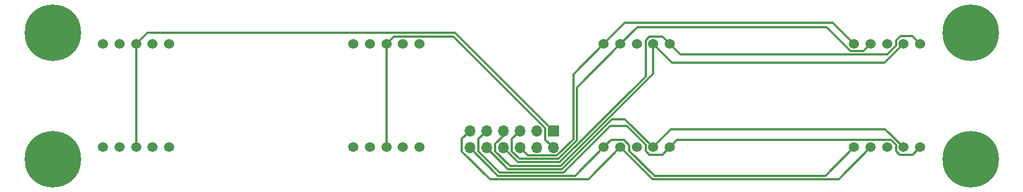
<source format=gbr>
%TF.GenerationSoftware,KiCad,Pcbnew,(5.1.8)-1*%
%TF.CreationDate,2021-01-20T16:16:19-05:00*%
%TF.ProjectId,Switch_SSD_Row,53776974-6368-45f5-9353-445f526f772e,rev?*%
%TF.SameCoordinates,Original*%
%TF.FileFunction,Copper,L2,Bot*%
%TF.FilePolarity,Positive*%
%FSLAX46Y46*%
G04 Gerber Fmt 4.6, Leading zero omitted, Abs format (unit mm)*
G04 Created by KiCad (PCBNEW (5.1.8)-1) date 2021-01-20 16:16:19*
%MOMM*%
%LPD*%
G01*
G04 APERTURE LIST*
%TA.AperFunction,WasherPad*%
%ADD10C,8.600000*%
%TD*%
%TA.AperFunction,WasherPad*%
%ADD11C,0.900000*%
%TD*%
%TA.AperFunction,ComponentPad*%
%ADD12C,1.524000*%
%TD*%
%TA.AperFunction,ComponentPad*%
%ADD13R,1.700000X1.700000*%
%TD*%
%TA.AperFunction,ComponentPad*%
%ADD14O,1.700000X1.700000*%
%TD*%
%TA.AperFunction,Conductor*%
%ADD15C,0.300000*%
%TD*%
G04 APERTURE END LIST*
D10*
%TO.P,REF\u002A\u002A,*%
%TO.N,*%
X162560000Y-46228000D03*
D11*
X165785000Y-46228000D03*
X164840419Y-48508419D03*
X162560000Y-49453000D03*
X160279581Y-48508419D03*
X159335000Y-46228000D03*
X160279581Y-43947581D03*
X162560000Y-43003000D03*
X164840419Y-43947581D03*
%TD*%
D10*
%TO.P,REF\u002A\u002A,*%
%TO.N,*%
X162560000Y-26924000D03*
D11*
X165785000Y-26924000D03*
X164840419Y-29204419D03*
X162560000Y-30149000D03*
X160279581Y-29204419D03*
X159335000Y-26924000D03*
X160279581Y-24643581D03*
X162560000Y-23699000D03*
X164840419Y-24643581D03*
%TD*%
D10*
%TO.P,REF\u002A\u002A,*%
%TO.N,*%
X22860000Y-46228000D03*
D11*
X26085000Y-46228000D03*
X25140419Y-48508419D03*
X22860000Y-49453000D03*
X20579581Y-48508419D03*
X19635000Y-46228000D03*
X20579581Y-43947581D03*
X22860000Y-43003000D03*
X25140419Y-43947581D03*
%TD*%
D10*
%TO.P,REF\u002A\u002A,*%
%TO.N,*%
X22860000Y-26924000D03*
D11*
X26085000Y-26924000D03*
X25140419Y-29204419D03*
X22860000Y-30149000D03*
X20579581Y-29204419D03*
X19635000Y-26924000D03*
X20579581Y-24643581D03*
X22860000Y-23699000D03*
X25140419Y-24643581D03*
%TD*%
D12*
%TO.P,D1,10*%
%TO.N,/SEG_G*%
X30550000Y-28620000D03*
%TO.P,D1,9*%
%TO.N,/SEG_F*%
X33090000Y-28620000D03*
%TO.P,D1,8*%
%TO.N,/DIG_0*%
X35560000Y-28620000D03*
%TO.P,D1,7*%
%TO.N,/SEG_A*%
X38030000Y-28620000D03*
%TO.P,D1,6*%
%TO.N,/SEG_B*%
X40570000Y-28620000D03*
%TO.P,D1,5*%
%TO.N,/SEG_DP*%
X40570000Y-44400000D03*
%TO.P,D1,4*%
%TO.N,/SEG_C*%
X38030000Y-44400000D03*
%TO.P,D1,3*%
%TO.N,/DIG_0*%
X35560000Y-44400000D03*
%TO.P,D1,2*%
%TO.N,/SEG_D*%
X33090000Y-44400000D03*
%TO.P,D1,1*%
%TO.N,/SEG_E*%
X30550000Y-44400000D03*
%TD*%
%TO.P,D2,1*%
%TO.N,/SEG_E*%
X68650000Y-44400000D03*
%TO.P,D2,2*%
%TO.N,/SEG_D*%
X71190000Y-44400000D03*
%TO.P,D2,3*%
%TO.N,/DIG_1*%
X73660000Y-44400000D03*
%TO.P,D2,4*%
%TO.N,/SEG_C*%
X76130000Y-44400000D03*
%TO.P,D2,5*%
%TO.N,/SEG_DP*%
X78670000Y-44400000D03*
%TO.P,D2,6*%
%TO.N,/SEG_B*%
X78670000Y-28620000D03*
%TO.P,D2,7*%
%TO.N,/SEG_A*%
X76130000Y-28620000D03*
%TO.P,D2,8*%
%TO.N,/DIG_1*%
X73660000Y-28620000D03*
%TO.P,D2,9*%
%TO.N,/SEG_F*%
X71190000Y-28620000D03*
%TO.P,D2,10*%
%TO.N,/SEG_G*%
X68650000Y-28620000D03*
%TD*%
%TO.P,D3,1*%
%TO.N,/SEG_E*%
X106750000Y-44400000D03*
%TO.P,D3,2*%
%TO.N,/SEG_D*%
X109290000Y-44400000D03*
%TO.P,D3,3*%
%TO.N,/DIG_2*%
X111760000Y-44400000D03*
%TO.P,D3,4*%
%TO.N,/SEG_C*%
X114230000Y-44400000D03*
%TO.P,D3,5*%
%TO.N,/SEG_DP*%
X116770000Y-44400000D03*
%TO.P,D3,6*%
%TO.N,/SEG_B*%
X116770000Y-28620000D03*
%TO.P,D3,7*%
%TO.N,/SEG_A*%
X114230000Y-28620000D03*
%TO.P,D3,8*%
%TO.N,/DIG_2*%
X111760000Y-28620000D03*
%TO.P,D3,9*%
%TO.N,/SEG_F*%
X109290000Y-28620000D03*
%TO.P,D3,10*%
%TO.N,/SEG_G*%
X106750000Y-28620000D03*
%TD*%
%TO.P,D4,10*%
%TO.N,/SEG_G*%
X144850000Y-28620000D03*
%TO.P,D4,9*%
%TO.N,/SEG_F*%
X147390000Y-28620000D03*
%TO.P,D4,8*%
%TO.N,/DIG_3*%
X149860000Y-28620000D03*
%TO.P,D4,7*%
%TO.N,/SEG_A*%
X152330000Y-28620000D03*
%TO.P,D4,6*%
%TO.N,/SEG_B*%
X154870000Y-28620000D03*
%TO.P,D4,5*%
%TO.N,/SEG_DP*%
X154870000Y-44400000D03*
%TO.P,D4,4*%
%TO.N,/SEG_C*%
X152330000Y-44400000D03*
%TO.P,D4,3*%
%TO.N,/DIG_3*%
X149860000Y-44400000D03*
%TO.P,D4,2*%
%TO.N,/SEG_D*%
X147390000Y-44400000D03*
%TO.P,D4,1*%
%TO.N,/SEG_E*%
X144850000Y-44400000D03*
%TD*%
D13*
%TO.P,J1,1*%
%TO.N,/DIG_0*%
X99060000Y-41910000D03*
D14*
%TO.P,J1,2*%
%TO.N,/DIG_1*%
X99060000Y-44450000D03*
%TO.P,J1,3*%
%TO.N,/DIG_2*%
X96520000Y-41910000D03*
%TO.P,J1,4*%
%TO.N,/DIG_3*%
X96520000Y-44450000D03*
%TO.P,J1,5*%
%TO.N,/SEG_F*%
X93980000Y-41910000D03*
%TO.P,J1,6*%
%TO.N,/SEG_G*%
X93980000Y-44450000D03*
%TO.P,J1,7*%
%TO.N,/SEG_A*%
X91440000Y-41910000D03*
%TO.P,J1,8*%
%TO.N,/SEG_B*%
X91440000Y-44450000D03*
%TO.P,J1,9*%
%TO.N,/SEG_DP*%
X88900000Y-41910000D03*
%TO.P,J1,10*%
%TO.N,/SEG_C*%
X88900000Y-44450000D03*
%TO.P,J1,11*%
%TO.N,/SEG_D*%
X86360000Y-41910000D03*
%TO.P,J1,12*%
%TO.N,/SEG_E*%
X86360000Y-44450000D03*
%TD*%
D15*
%TO.N,/SEG_G*%
X99636001Y-45650001D02*
X102108000Y-43178002D01*
X95180001Y-45650001D02*
X99636001Y-45650001D01*
X93980000Y-44450000D02*
X95180001Y-45650001D01*
X102108000Y-33262000D02*
X106750000Y-28620000D01*
X102108000Y-43178002D02*
X102108000Y-33262000D01*
X106750000Y-28620000D02*
X109970000Y-25400000D01*
X141630000Y-25400000D02*
X144850000Y-28620000D01*
X109970000Y-25400000D02*
X141630000Y-25400000D01*
%TO.N,/SEG_F*%
X99843111Y-46150011D02*
X102616000Y-43377122D01*
X93904009Y-46150011D02*
X99843111Y-46150011D01*
X92779999Y-45026001D02*
X93904009Y-46150011D01*
X92779999Y-43110001D02*
X92779999Y-45026001D01*
X93980000Y-41910000D02*
X92779999Y-43110001D01*
X102616000Y-35294000D02*
X109290000Y-28620000D01*
X102616000Y-43377122D02*
X102616000Y-35294000D01*
X109290000Y-28620000D02*
X111851440Y-26058560D01*
X146277999Y-29732001D02*
X147390000Y-28620000D01*
X144316239Y-29732001D02*
X146277999Y-29732001D01*
X140642798Y-26058560D02*
X144316239Y-29732001D01*
X111851440Y-26058560D02*
X140642798Y-26058560D01*
%TO.N,/DIG_0*%
X35560000Y-28620000D02*
X35560000Y-44400000D01*
X35560000Y-28620000D02*
X37256000Y-26924000D01*
X84074000Y-26924000D02*
X99060000Y-41910000D01*
X37256000Y-26924000D02*
X84074000Y-26924000D01*
%TO.N,/SEG_A*%
X90239999Y-45026001D02*
X92457998Y-47244000D01*
X90239999Y-43872001D02*
X90239999Y-45026001D01*
X91440000Y-42672000D02*
X90239999Y-43872001D01*
X91440000Y-41910000D02*
X91440000Y-42672000D01*
X114230000Y-33177362D02*
X114230000Y-28620000D01*
X100163362Y-47244000D02*
X114230000Y-33177362D01*
X92457998Y-47244000D02*
X100163362Y-47244000D01*
X114230000Y-28620000D02*
X117106000Y-31496000D01*
X149454000Y-31496000D02*
X152330000Y-28620000D01*
X117106000Y-31496000D02*
X149454000Y-31496000D01*
%TO.N,/SEG_B*%
X115657999Y-27507999D02*
X116770000Y-28620000D01*
X113117999Y-28086239D02*
X113696239Y-27507999D01*
X113117999Y-33582243D02*
X113117999Y-28086239D01*
X100050221Y-46650021D02*
X113117999Y-33582243D01*
X113696239Y-27507999D02*
X115657999Y-27507999D01*
X93640021Y-46650021D02*
X100050221Y-46650021D01*
X91440000Y-44450000D02*
X93640021Y-46650021D01*
X153682000Y-27432000D02*
X154870000Y-28620000D01*
X151892000Y-27432000D02*
X153682000Y-27432000D01*
X151217999Y-28106001D02*
X151892000Y-27432000D01*
X151217999Y-28907763D02*
X151217999Y-28106001D01*
X149893751Y-30232011D02*
X151217999Y-28907763D01*
X118382011Y-30232011D02*
X149893751Y-30232011D01*
X116770000Y-28620000D02*
X118382011Y-30232011D01*
%TO.N,/SEG_DP*%
X90918018Y-48244020D02*
X100599980Y-48244020D01*
X87699999Y-45026001D02*
X90918018Y-48244020D01*
X87699999Y-43110001D02*
X87699999Y-45026001D01*
X88900000Y-41910000D02*
X87699999Y-43110001D01*
X115657999Y-45512001D02*
X116770000Y-44400000D01*
X113117999Y-44933761D02*
X113696239Y-45512001D01*
X113117999Y-44029999D02*
X113117999Y-44933761D01*
X113696239Y-45512001D02*
X115657999Y-45512001D01*
X110236000Y-41148000D02*
X113117999Y-44029999D01*
X107696000Y-41148000D02*
X110236000Y-41148000D01*
X100599980Y-48244020D02*
X107696000Y-41148000D01*
X153757999Y-45512001D02*
X154870000Y-44400000D01*
X151796239Y-45512001D02*
X153757999Y-45512001D01*
X151217999Y-44933761D02*
X151796239Y-45512001D01*
X151217999Y-44029999D02*
X151217999Y-44933761D01*
X150475999Y-43287999D02*
X151217999Y-44029999D01*
X117882001Y-43287999D02*
X150475999Y-43287999D01*
X116770000Y-44400000D02*
X117882001Y-43287999D01*
%TO.N,/SEG_C*%
X109962000Y-40132000D02*
X114230000Y-44400000D01*
X107982482Y-40132000D02*
X109962000Y-40132000D01*
X100370472Y-47744010D02*
X107982482Y-40132000D01*
X92194010Y-47744010D02*
X100370472Y-47744010D01*
X88900000Y-44450000D02*
X92194010Y-47744010D01*
X114230000Y-44400000D02*
X116974000Y-41656000D01*
X149586000Y-41656000D02*
X152330000Y-44400000D01*
X116974000Y-41656000D02*
X149586000Y-41656000D01*
%TO.N,/SEG_D*%
X85159999Y-45026001D02*
X89409998Y-49276000D01*
X85159999Y-43110001D02*
X85159999Y-45026001D01*
X86360000Y-41910000D02*
X85159999Y-43110001D01*
X104414000Y-49276000D02*
X109290000Y-44400000D01*
X89409998Y-49276000D02*
X104414000Y-49276000D01*
X142521990Y-49268010D02*
X147390000Y-44400000D01*
X114158010Y-49268010D02*
X142521990Y-49268010D01*
X109290000Y-44400000D02*
X114158010Y-49268010D01*
%TO.N,/SEG_E*%
X102405970Y-48744030D02*
X106750000Y-44400000D01*
X90654030Y-48744030D02*
X102405970Y-48744030D01*
X86360000Y-44450000D02*
X90654030Y-48744030D01*
X110647999Y-44933761D02*
X114482238Y-48768000D01*
X110647999Y-44112237D02*
X110647999Y-44933761D01*
X109823761Y-43287999D02*
X110647999Y-44112237D01*
X107862001Y-43287999D02*
X109823761Y-43287999D01*
X106750000Y-44400000D02*
X107862001Y-43287999D01*
X140482000Y-48768000D02*
X144850000Y-44400000D01*
X114482238Y-48768000D02*
X140482000Y-48768000D01*
%TO.N,/DIG_1*%
X73660000Y-28620000D02*
X73660000Y-44400000D01*
X97859999Y-43249999D02*
X99060000Y-44450000D01*
X97859999Y-41473997D02*
X97859999Y-43249999D01*
X74772001Y-27507999D02*
X83894001Y-27507999D01*
X83894001Y-27507999D02*
X97859999Y-41473997D01*
X73660000Y-28620000D02*
X74772001Y-27507999D01*
%TD*%
M02*

</source>
